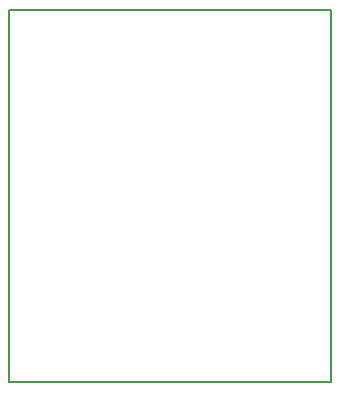
<source format=gm1>
G04 MADE WITH FRITZING*
G04 WWW.FRITZING.ORG*
G04 SINGLE SIDED*
G04 HOLES NOT PLATED*
G04 CONTOUR ON CENTER OF CONTOUR VECTOR*
%ASAXBY*%
%FSLAX23Y23*%
%MOIN*%
%OFA0B0*%
%SFA1.0B1.0*%
%ADD10R,1.080370X1.247500*%
%ADD11C,0.008000*%
%ADD10C,0.008*%
%LNCONTOUR*%
G90*
G70*
G54D10*
G54D11*
X4Y1244D02*
X1076Y1244D01*
X1076Y4D01*
X4Y4D01*
X4Y1244D01*
D02*
G04 End of contour*
M02*
</source>
